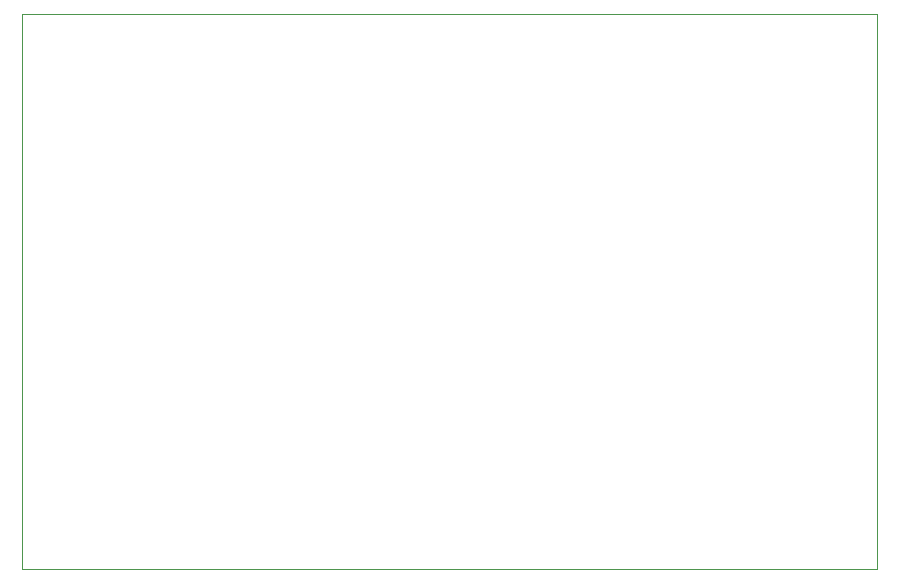
<source format=gbr>
G04 #@! TF.GenerationSoftware,KiCad,Pcbnew,5.1.5-52549c5~84~ubuntu18.04.1*
G04 #@! TF.CreationDate,2020-04-22T17:59:46-07:00*
G04 #@! TF.ProjectId,rom,726f6d2e-6b69-4636-9164-5f7063625858,rev?*
G04 #@! TF.SameCoordinates,Original*
G04 #@! TF.FileFunction,Profile,NP*
%FSLAX46Y46*%
G04 Gerber Fmt 4.6, Leading zero omitted, Abs format (unit mm)*
G04 Created by KiCad (PCBNEW 5.1.5-52549c5~84~ubuntu18.04.1) date 2020-04-22 17:59:46*
%MOMM*%
%LPD*%
G04 APERTURE LIST*
%ADD10C,0.050000*%
G04 APERTURE END LIST*
D10*
X196850000Y-39370000D02*
X196850000Y-86360000D01*
X124460000Y-39370000D02*
X124460000Y-86360000D01*
X124460000Y-39370000D02*
X196850000Y-39370000D01*
X196850000Y-86360000D02*
X124460000Y-86360000D01*
M02*

</source>
